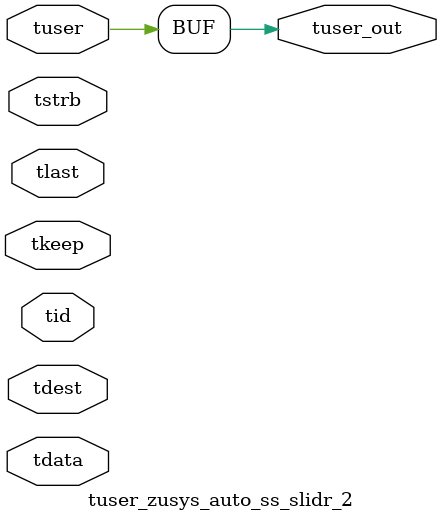
<source format=v>


`timescale 1ps/1ps

module tuser_zusys_auto_ss_slidr_2 #
(
parameter C_S_AXIS_TUSER_WIDTH = 1,
parameter C_S_AXIS_TDATA_WIDTH = 32,
parameter C_S_AXIS_TID_WIDTH   = 0,
parameter C_S_AXIS_TDEST_WIDTH = 0,
parameter C_M_AXIS_TUSER_WIDTH = 1
)
(
input  [(C_S_AXIS_TUSER_WIDTH == 0 ? 1 : C_S_AXIS_TUSER_WIDTH)-1:0     ] tuser,
input  [(C_S_AXIS_TDATA_WIDTH == 0 ? 1 : C_S_AXIS_TDATA_WIDTH)-1:0     ] tdata,
input  [(C_S_AXIS_TID_WIDTH   == 0 ? 1 : C_S_AXIS_TID_WIDTH)-1:0       ] tid,
input  [(C_S_AXIS_TDEST_WIDTH == 0 ? 1 : C_S_AXIS_TDEST_WIDTH)-1:0     ] tdest,
input  [(C_S_AXIS_TDATA_WIDTH/8)-1:0 ] tkeep,
input  [(C_S_AXIS_TDATA_WIDTH/8)-1:0 ] tstrb,
input                                                                    tlast,
output [C_M_AXIS_TUSER_WIDTH-1:0] tuser_out
);

assign tuser_out = {tuser[3:0]};

endmodule


</source>
